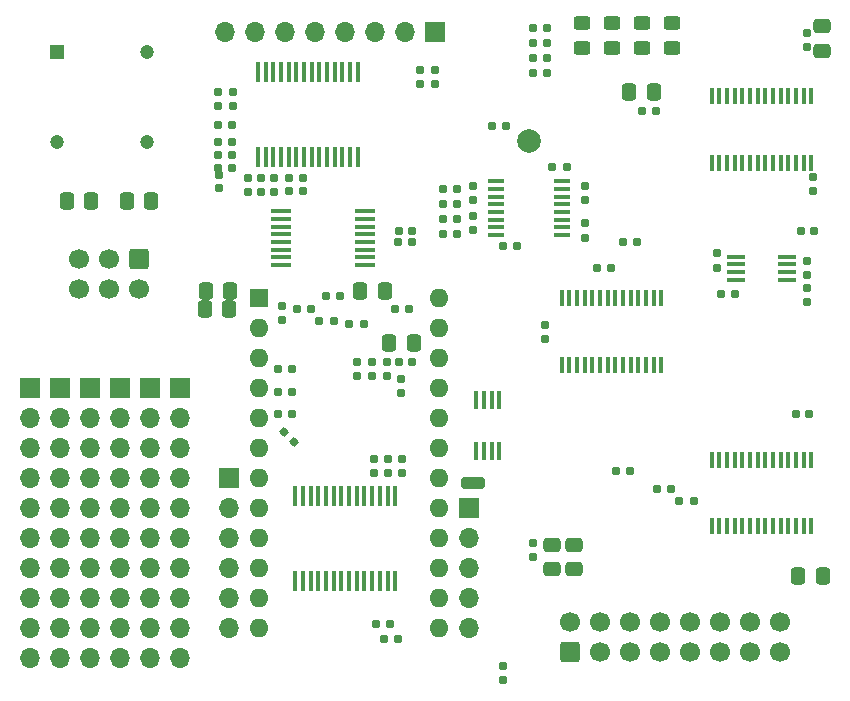
<source format=gbr>
%TF.GenerationSoftware,KiCad,Pcbnew,(6.0.4)*%
%TF.CreationDate,2022-12-09T13:12:30+01:00*%
%TF.ProjectId,SmartArtificialSoftTissue_Standard_v2,536d6172-7441-4727-9469-66696369616c,rev?*%
%TF.SameCoordinates,Original*%
%TF.FileFunction,Soldermask,Top*%
%TF.FilePolarity,Negative*%
%FSLAX46Y46*%
G04 Gerber Fmt 4.6, Leading zero omitted, Abs format (unit mm)*
G04 Created by KiCad (PCBNEW (6.0.4)) date 2022-12-09 13:12:30*
%MOMM*%
%LPD*%
G01*
G04 APERTURE LIST*
G04 Aperture macros list*
%AMRoundRect*
0 Rectangle with rounded corners*
0 $1 Rounding radius*
0 $2 $3 $4 $5 $6 $7 $8 $9 X,Y pos of 4 corners*
0 Add a 4 corners polygon primitive as box body*
4,1,4,$2,$3,$4,$5,$6,$7,$8,$9,$2,$3,0*
0 Add four circle primitives for the rounded corners*
1,1,$1+$1,$2,$3*
1,1,$1+$1,$4,$5*
1,1,$1+$1,$6,$7*
1,1,$1+$1,$8,$9*
0 Add four rect primitives between the rounded corners*
20,1,$1+$1,$2,$3,$4,$5,0*
20,1,$1+$1,$4,$5,$6,$7,0*
20,1,$1+$1,$6,$7,$8,$9,0*
20,1,$1+$1,$8,$9,$2,$3,0*%
G04 Aperture macros list end*
%ADD10RoundRect,0.250000X-0.337500X-0.475000X0.337500X-0.475000X0.337500X0.475000X-0.337500X0.475000X0*%
%ADD11RoundRect,0.160000X-0.252791X0.026517X0.026517X-0.252791X0.252791X-0.026517X-0.026517X0.252791X0*%
%ADD12RoundRect,0.160000X-0.197500X-0.160000X0.197500X-0.160000X0.197500X0.160000X-0.197500X0.160000X0*%
%ADD13R,1.700000X1.700000*%
%ADD14O,1.700000X1.700000*%
%ADD15RoundRect,0.250000X0.475000X-0.337500X0.475000X0.337500X-0.475000X0.337500X-0.475000X-0.337500X0*%
%ADD16RoundRect,0.250000X0.337500X0.475000X-0.337500X0.475000X-0.337500X-0.475000X0.337500X-0.475000X0*%
%ADD17RoundRect,0.160000X0.160000X-0.197500X0.160000X0.197500X-0.160000X0.197500X-0.160000X-0.197500X0*%
%ADD18RoundRect,0.160000X-0.160000X0.197500X-0.160000X-0.197500X0.160000X-0.197500X0.160000X0.197500X0*%
%ADD19RoundRect,0.155000X-0.155000X0.212500X-0.155000X-0.212500X0.155000X-0.212500X0.155000X0.212500X0*%
%ADD20RoundRect,0.155000X-0.212500X-0.155000X0.212500X-0.155000X0.212500X0.155000X-0.212500X0.155000X0*%
%ADD21RoundRect,0.160000X0.197500X0.160000X-0.197500X0.160000X-0.197500X-0.160000X0.197500X-0.160000X0*%
%ADD22RoundRect,0.250000X-0.600000X0.600000X-0.600000X-0.600000X0.600000X-0.600000X0.600000X0.600000X0*%
%ADD23C,1.700000*%
%ADD24RoundRect,0.250000X0.750000X-0.250000X0.750000X0.250000X-0.750000X0.250000X-0.750000X-0.250000X0*%
%ADD25RoundRect,0.250000X0.600000X-0.600000X0.600000X0.600000X-0.600000X0.600000X-0.600000X-0.600000X0*%
%ADD26RoundRect,0.250000X-0.450000X0.325000X-0.450000X-0.325000X0.450000X-0.325000X0.450000X0.325000X0*%
%ADD27R,1.800000X0.450000*%
%ADD28RoundRect,0.155000X0.155000X-0.212500X0.155000X0.212500X-0.155000X0.212500X-0.155000X-0.212500X0*%
%ADD29R,1.600000X1.600000*%
%ADD30O,1.600000X1.600000*%
%ADD31R,0.355600X1.473200*%
%ADD32C,2.000000*%
%ADD33R,1.200000X1.200000*%
%ADD34C,1.200000*%
%ADD35R,1.473200X0.355600*%
%ADD36R,0.431800X1.524000*%
%ADD37RoundRect,0.250000X-0.475000X0.337500X-0.475000X-0.337500X0.475000X-0.337500X0.475000X0.337500X0*%
%ADD38RoundRect,0.155000X0.212500X0.155000X-0.212500X0.155000X-0.212500X-0.155000X0.212500X-0.155000X0*%
%ADD39R,0.450000X1.750000*%
%ADD40R,1.524000X0.431800*%
G04 APERTURE END LIST*
D10*
%TO.C,C8*%
X60875000Y-72390000D03*
X62950000Y-72390000D03*
%TD*%
D11*
%TO.C,R42*%
X74190004Y-91970004D03*
X75034996Y-92814996D03*
%TD*%
D12*
%TO.C,R23*%
X68602500Y-66000000D03*
X69797500Y-66000000D03*
%TD*%
D13*
%TO.C,REF\u002A\u002A*%
X62865000Y-88265000D03*
D14*
X62865000Y-90805000D03*
X62865000Y-93345000D03*
X62865000Y-95885000D03*
X62865000Y-98425000D03*
X62865000Y-100965000D03*
X62865000Y-103505000D03*
X62865000Y-106045000D03*
X62865000Y-108585000D03*
X62865000Y-111125000D03*
%TD*%
D12*
%TO.C,R52*%
X95287500Y-61595000D03*
X96482500Y-61595000D03*
%TD*%
D15*
%TO.C,C21*%
X119697500Y-59690000D03*
X119697500Y-57615000D03*
%TD*%
D16*
%TO.C,C18*%
X69617500Y-80010000D03*
X67542500Y-80010000D03*
%TD*%
D17*
%TO.C,R33*%
X85725000Y-62510000D03*
X85725000Y-61315000D03*
%TD*%
D13*
%TO.C,REF\u002A\u002A*%
X65405000Y-88265000D03*
D14*
X65405000Y-90805000D03*
X65405000Y-93345000D03*
X65405000Y-95885000D03*
X65405000Y-98425000D03*
X65405000Y-100965000D03*
X65405000Y-103505000D03*
X65405000Y-106045000D03*
X65405000Y-108585000D03*
X65405000Y-111125000D03*
%TD*%
D18*
%TO.C,J14*%
X118999000Y-70395500D03*
X118999000Y-71590500D03*
%TD*%
D19*
%TO.C,C9*%
X68647500Y-70235000D03*
X68647500Y-71370000D03*
%TD*%
D20*
%TO.C,C14*%
X117927500Y-74930000D03*
X119062500Y-74930000D03*
%TD*%
D18*
%TO.C,R61*%
X118427500Y-58177500D03*
X118427500Y-59372500D03*
%TD*%
D17*
%TO.C,R15*%
X73300000Y-71697500D03*
X73300000Y-70502500D03*
%TD*%
D12*
%TO.C,R51*%
X95287500Y-60325000D03*
X96482500Y-60325000D03*
%TD*%
D21*
%TO.C,R58*%
X78897500Y-80502500D03*
X77702500Y-80502500D03*
%TD*%
D18*
%TO.C,R6*%
X84100000Y-87502500D03*
X84100000Y-88697500D03*
%TD*%
D10*
%TO.C,C17*%
X80645000Y-80010000D03*
X82720000Y-80010000D03*
%TD*%
D22*
%TO.C,CON2*%
X61917500Y-77352500D03*
D23*
X61917500Y-79892500D03*
X59377500Y-77352500D03*
X59377500Y-79892500D03*
X56837500Y-77352500D03*
X56837500Y-79892500D03*
%TD*%
D21*
%TO.C,R36*%
X78385000Y-82550000D03*
X77190000Y-82550000D03*
%TD*%
D24*
%TO.C,J13*%
X90170000Y-96270000D03*
%TD*%
D13*
%TO.C,REF\u002A\u002A*%
X60325000Y-88265000D03*
D14*
X60325000Y-90805000D03*
X60325000Y-93345000D03*
X60325000Y-95885000D03*
X60325000Y-98425000D03*
X60325000Y-100965000D03*
X60325000Y-103505000D03*
X60325000Y-106045000D03*
X60325000Y-108585000D03*
X60325000Y-111125000D03*
%TD*%
D16*
%TO.C,C22*%
X105495000Y-63182500D03*
X103420000Y-63182500D03*
%TD*%
D12*
%TO.C,R39*%
X73697500Y-86677500D03*
X74892500Y-86677500D03*
%TD*%
D17*
%TO.C,J3*%
X90170000Y-72352500D03*
X90170000Y-71157500D03*
%TD*%
D18*
%TO.C,R5*%
X81597500Y-86080000D03*
X81597500Y-87275000D03*
%TD*%
D16*
%TO.C,C24*%
X57870000Y-72390000D03*
X55795000Y-72390000D03*
%TD*%
D18*
%TO.C,R38*%
X73977500Y-81317500D03*
X73977500Y-82512500D03*
%TD*%
D17*
%TO.C,R56*%
X68580000Y-64415000D03*
X68580000Y-63220000D03*
%TD*%
D13*
%TO.C,REF\u002A\u002A*%
X52705000Y-88265000D03*
D14*
X52705000Y-90805000D03*
X52705000Y-93345000D03*
X52705000Y-95885000D03*
X52705000Y-98425000D03*
X52705000Y-100965000D03*
X52705000Y-103505000D03*
X52705000Y-106045000D03*
X52705000Y-108585000D03*
X52705000Y-111125000D03*
%TD*%
D12*
%TO.C,R43*%
X105765000Y-96837500D03*
X106960000Y-96837500D03*
%TD*%
D18*
%TO.C,R48*%
X96300000Y-82905000D03*
X96300000Y-84100000D03*
%TD*%
D17*
%TO.C,R64*%
X110807500Y-78067500D03*
X110807500Y-76872500D03*
%TD*%
D12*
%TO.C,R40*%
X73697500Y-88582500D03*
X74892500Y-88582500D03*
%TD*%
D21*
%TO.C,R65*%
X112357500Y-80327500D03*
X111162500Y-80327500D03*
%TD*%
D12*
%TO.C,R19*%
X68607500Y-67400000D03*
X69802500Y-67400000D03*
%TD*%
D25*
%TO.C,CON1*%
X98425000Y-110607500D03*
D23*
X98425000Y-108067500D03*
X100965000Y-110607500D03*
X100965000Y-108067500D03*
X103505000Y-110607500D03*
X103505000Y-108067500D03*
X106045000Y-110607500D03*
X106045000Y-108067500D03*
X108585000Y-110607500D03*
X108585000Y-108067500D03*
X111125000Y-110607500D03*
X111125000Y-108067500D03*
X113665000Y-110607500D03*
X113665000Y-108067500D03*
X116205000Y-110607500D03*
X116205000Y-108067500D03*
%TD*%
D16*
%TO.C,C19*%
X69537500Y-81600000D03*
X67462500Y-81600000D03*
%TD*%
D13*
%TO.C,REF\u002A\u002A*%
X57785000Y-88265000D03*
D14*
X57785000Y-90805000D03*
X57785000Y-93345000D03*
X57785000Y-95885000D03*
X57785000Y-98425000D03*
X57785000Y-100965000D03*
X57785000Y-103505000D03*
X57785000Y-106045000D03*
X57785000Y-108585000D03*
X57785000Y-111125000D03*
%TD*%
D10*
%TO.C,C2*%
X83100000Y-84455000D03*
X85175000Y-84455000D03*
%TD*%
D26*
%TO.C,D4*%
X106997500Y-57395000D03*
X106997500Y-59445000D03*
%TD*%
D12*
%TO.C,R44*%
X107670000Y-97790000D03*
X108865000Y-97790000D03*
%TD*%
D27*
%TO.C,IC1*%
X81020000Y-77840000D03*
X81020000Y-77190000D03*
X81020000Y-76540000D03*
X81020000Y-75890000D03*
X81020000Y-75240000D03*
X81020000Y-74590000D03*
X81020000Y-73940000D03*
X81020000Y-73290000D03*
X73920000Y-73290000D03*
X73920000Y-73940000D03*
X73920000Y-74590000D03*
X73920000Y-75240000D03*
X73920000Y-75890000D03*
X73920000Y-76540000D03*
X73920000Y-77190000D03*
X73920000Y-77840000D03*
%TD*%
D15*
%TO.C,C7*%
X96837500Y-103590000D03*
X96837500Y-101515000D03*
%TD*%
D28*
%TO.C,C13*%
X95250000Y-102552500D03*
X95250000Y-101417500D03*
%TD*%
D13*
%TO.C,REF\u002A\u002A*%
X55245000Y-88265000D03*
D14*
X55245000Y-90805000D03*
X55245000Y-93345000D03*
X55245000Y-95885000D03*
X55245000Y-98425000D03*
X55245000Y-100965000D03*
X55245000Y-103505000D03*
X55245000Y-106045000D03*
X55245000Y-108585000D03*
X55245000Y-111125000D03*
%TD*%
D12*
%TO.C,R50*%
X95287500Y-59055000D03*
X96482500Y-59055000D03*
%TD*%
%TO.C,J5*%
X92747500Y-76200000D03*
X93942500Y-76200000D03*
%TD*%
D17*
%TO.C,J2*%
X99695000Y-72352500D03*
X99695000Y-71157500D03*
%TD*%
D18*
%TO.C,R7*%
X82867500Y-86080000D03*
X82867500Y-87275000D03*
%TD*%
D21*
%TO.C,R37*%
X76480000Y-81597500D03*
X75285000Y-81597500D03*
%TD*%
D29*
%TO.C,UC1*%
X72072500Y-80645000D03*
D30*
X72072500Y-83185000D03*
X72072500Y-85725000D03*
X72072500Y-88265000D03*
X72072500Y-90805000D03*
X72072500Y-93345000D03*
X72072500Y-95885000D03*
X72072500Y-98425000D03*
X72072500Y-100965000D03*
X72072500Y-103505000D03*
X72072500Y-106045000D03*
X72072500Y-108585000D03*
X87312500Y-108585000D03*
X87312500Y-106045000D03*
X87312500Y-103505000D03*
X87312500Y-100965000D03*
X87312500Y-98425000D03*
X87312500Y-95885000D03*
X87312500Y-93345000D03*
X87312500Y-90805000D03*
X87312500Y-88265000D03*
X87312500Y-85725000D03*
X87312500Y-83185000D03*
X87312500Y-80645000D03*
%TD*%
D21*
%TO.C,J9*%
X98107500Y-69532500D03*
X96912500Y-69532500D03*
%TD*%
%TO.C,R32*%
X75797500Y-71600000D03*
X74602500Y-71600000D03*
%TD*%
D31*
%TO.C,MUX1*%
X118842500Y-63538100D03*
X118192499Y-63538100D03*
X117542500Y-63538100D03*
X116892499Y-63538100D03*
X116242501Y-63538100D03*
X115592499Y-63538100D03*
X114942501Y-63538100D03*
X114292502Y-63538100D03*
X113642501Y-63538100D03*
X112992502Y-63538100D03*
X112342501Y-63538100D03*
X111692502Y-63538100D03*
X111042501Y-63538100D03*
X110392502Y-63538100D03*
X110392500Y-69176900D03*
X111042501Y-69176900D03*
X111692500Y-69176900D03*
X112342501Y-69176900D03*
X112992499Y-69176900D03*
X113642501Y-69176900D03*
X114292499Y-69176900D03*
X114942501Y-69176900D03*
X115592499Y-69176900D03*
X116242501Y-69176900D03*
X116892499Y-69176900D03*
X117542500Y-69176900D03*
X118192499Y-69176900D03*
X118842500Y-69176900D03*
%TD*%
D17*
%TO.C,R49*%
X92710000Y-112992500D03*
X92710000Y-111797500D03*
%TD*%
%TO.C,R34*%
X86995000Y-62510000D03*
X86995000Y-61315000D03*
%TD*%
D21*
%TO.C,R59*%
X84797500Y-81600000D03*
X83602500Y-81600000D03*
%TD*%
D32*
%TO.C,Needle1*%
X94932500Y-67310000D03*
%TD*%
D26*
%TO.C,D2*%
X101917500Y-57395000D03*
X101917500Y-59445000D03*
%TD*%
D12*
%TO.C,R17*%
X95287500Y-57785000D03*
X96482500Y-57785000D03*
%TD*%
D31*
%TO.C,MUX2*%
X106142500Y-80683100D03*
X105492499Y-80683100D03*
X104842500Y-80683100D03*
X104192499Y-80683100D03*
X103542501Y-80683100D03*
X102892499Y-80683100D03*
X102242501Y-80683100D03*
X101592502Y-80683100D03*
X100942501Y-80683100D03*
X100292502Y-80683100D03*
X99642501Y-80683100D03*
X98992502Y-80683100D03*
X98342501Y-80683100D03*
X97692502Y-80683100D03*
X97692500Y-86321900D03*
X98342501Y-86321900D03*
X98992500Y-86321900D03*
X99642501Y-86321900D03*
X100292499Y-86321900D03*
X100942501Y-86321900D03*
X101592499Y-86321900D03*
X102242501Y-86321900D03*
X102892499Y-86321900D03*
X103542501Y-86321900D03*
X104192499Y-86321900D03*
X104842500Y-86321900D03*
X105492499Y-86321900D03*
X106142500Y-86321900D03*
%TD*%
D33*
%TO.C,Y1*%
X54990000Y-59790000D03*
D34*
X54990000Y-67410000D03*
X62610000Y-67410000D03*
X62610000Y-59790000D03*
%TD*%
D12*
%TO.C,R24*%
X68602500Y-68500000D03*
X69797500Y-68500000D03*
%TD*%
D10*
%TO.C,C1*%
X117707500Y-104140000D03*
X119782500Y-104140000D03*
%TD*%
D12*
%TO.C,R60*%
X100685000Y-78105000D03*
X101880000Y-78105000D03*
%TD*%
D18*
%TO.C,R2*%
X83000000Y-94302500D03*
X83000000Y-95497500D03*
%TD*%
D21*
%TO.C,R45*%
X103467500Y-95250000D03*
X102272500Y-95250000D03*
%TD*%
D26*
%TO.C,D3*%
X104457500Y-57395000D03*
X104457500Y-59445000D03*
%TD*%
D21*
%TO.C,R46*%
X83820000Y-109537500D03*
X82625000Y-109537500D03*
%TD*%
D12*
%TO.C,R67*%
X87667500Y-73977500D03*
X88862500Y-73977500D03*
%TD*%
D21*
%TO.C,R35*%
X80925000Y-82867500D03*
X79730000Y-82867500D03*
%TD*%
D12*
%TO.C,J8*%
X102907500Y-75882500D03*
X104102500Y-75882500D03*
%TD*%
%TO.C,R55*%
X87667500Y-72707500D03*
X88862500Y-72707500D03*
%TD*%
%TO.C,R62*%
X104495000Y-64770000D03*
X105690000Y-64770000D03*
%TD*%
D21*
%TO.C,R31*%
X75797500Y-70500000D03*
X74602500Y-70500000D03*
%TD*%
D13*
%TO.C,CON3*%
X86980000Y-58102500D03*
D14*
X84440000Y-58102500D03*
X81900000Y-58102500D03*
X79360000Y-58102500D03*
X76820000Y-58102500D03*
X74280000Y-58102500D03*
X71740000Y-58102500D03*
X69200000Y-58102500D03*
%TD*%
D18*
%TO.C,R4*%
X80327500Y-86080000D03*
X80327500Y-87275000D03*
%TD*%
D17*
%TO.C,R_shunt1*%
X118427500Y-80962500D03*
X118427500Y-79767500D03*
%TD*%
%TO.C,R53*%
X69850000Y-64415000D03*
X69850000Y-63220000D03*
%TD*%
D18*
%TO.C,R1*%
X81800000Y-94302500D03*
X81800000Y-95497500D03*
%TD*%
D12*
%TO.C,J10*%
X91795000Y-66040000D03*
X92990000Y-66040000D03*
%TD*%
D18*
%TO.C,R3*%
X84200000Y-94302500D03*
X84200000Y-95497500D03*
%TD*%
D21*
%TO.C,R47*%
X83147500Y-108267500D03*
X81952500Y-108267500D03*
%TD*%
D35*
%TO.C,AS1*%
X97751900Y-75299999D03*
X97751900Y-74650001D03*
X97751900Y-73999999D03*
X97751900Y-73350001D03*
X97751900Y-72700002D03*
X97751900Y-72050001D03*
X97751900Y-71400002D03*
X97751900Y-70750001D03*
X92113100Y-70750001D03*
X92113100Y-71399999D03*
X92113100Y-72050001D03*
X92113100Y-72699999D03*
X92113100Y-73349998D03*
X92113100Y-73999999D03*
X92113100Y-74649998D03*
X92113100Y-75299999D03*
%TD*%
D18*
%TO.C,J1*%
X99695000Y-74332500D03*
X99695000Y-75527500D03*
%TD*%
D36*
%TO.C,OPA2*%
X90465001Y-93611700D03*
X91114999Y-93611700D03*
X91765001Y-93611700D03*
X92414999Y-93611700D03*
X92414999Y-89268300D03*
X91765001Y-89268300D03*
X91114999Y-89268300D03*
X90465001Y-89268300D03*
%TD*%
D18*
%TO.C,J4*%
X90170000Y-73697500D03*
X90170000Y-74892500D03*
%TD*%
D37*
%TO.C,C20*%
X98742500Y-101515000D03*
X98742500Y-103590000D03*
%TD*%
D26*
%TO.C,D1*%
X99377500Y-57395000D03*
X99377500Y-59445000D03*
%TD*%
D20*
%TO.C,C11*%
X117542500Y-90487500D03*
X118677500Y-90487500D03*
%TD*%
D17*
%TO.C,R18*%
X71100000Y-71697500D03*
X71100000Y-70502500D03*
%TD*%
%TO.C,R63*%
X118427500Y-78702500D03*
X118427500Y-77507500D03*
%TD*%
D13*
%TO.C,J11*%
X69532500Y-95885000D03*
D14*
X69532500Y-98425000D03*
X69532500Y-100965000D03*
X69532500Y-103505000D03*
X69532500Y-106045000D03*
X69532500Y-108585000D03*
%TD*%
D12*
%TO.C,R25*%
X68605000Y-69600000D03*
X69800000Y-69600000D03*
%TD*%
D38*
%TO.C,C23*%
X85022500Y-74930000D03*
X83887500Y-74930000D03*
%TD*%
D12*
%TO.C,R54*%
X83857500Y-75882500D03*
X85052500Y-75882500D03*
%TD*%
D39*
%TO.C,IOEX1*%
X80425000Y-61487500D03*
X79775000Y-61487500D03*
X79125000Y-61487500D03*
X78475000Y-61487500D03*
X77825000Y-61487500D03*
X77175000Y-61487500D03*
X76525000Y-61487500D03*
X75875000Y-61487500D03*
X75225000Y-61487500D03*
X74575000Y-61487500D03*
X73925000Y-61487500D03*
X73275000Y-61487500D03*
X72625000Y-61487500D03*
X71975000Y-61487500D03*
X71975000Y-68687500D03*
X72625000Y-68687500D03*
X73275000Y-68687500D03*
X73925000Y-68687500D03*
X74575000Y-68687500D03*
X75225000Y-68687500D03*
X75875000Y-68687500D03*
X76525000Y-68687500D03*
X77175000Y-68687500D03*
X77825000Y-68687500D03*
X78475000Y-68687500D03*
X79125000Y-68687500D03*
X79775000Y-68687500D03*
X80425000Y-68687500D03*
%TD*%
%TO.C,IOEX2*%
X75150000Y-104565000D03*
X75800000Y-104565000D03*
X76450000Y-104565000D03*
X77100000Y-104565000D03*
X77750000Y-104565000D03*
X78400000Y-104565000D03*
X79050000Y-104565000D03*
X79700000Y-104565000D03*
X80350000Y-104565000D03*
X81000000Y-104565000D03*
X81650000Y-104565000D03*
X82300000Y-104565000D03*
X82950000Y-104565000D03*
X83600000Y-104565000D03*
X83600000Y-97365000D03*
X82950000Y-97365000D03*
X82300000Y-97365000D03*
X81650000Y-97365000D03*
X81000000Y-97365000D03*
X80350000Y-97365000D03*
X79700000Y-97365000D03*
X79050000Y-97365000D03*
X78400000Y-97365000D03*
X77750000Y-97365000D03*
X77100000Y-97365000D03*
X76450000Y-97365000D03*
X75800000Y-97365000D03*
X75150000Y-97365000D03*
%TD*%
D20*
%TO.C,C10*%
X83887500Y-86042500D03*
X85022500Y-86042500D03*
%TD*%
D12*
%TO.C,J6*%
X87667500Y-75247500D03*
X88862500Y-75247500D03*
%TD*%
%TO.C,J7*%
X87667500Y-71437500D03*
X88862500Y-71437500D03*
%TD*%
D31*
%TO.C,MUX3*%
X118842500Y-94335600D03*
X118192499Y-94335600D03*
X117542500Y-94335600D03*
X116892499Y-94335600D03*
X116242501Y-94335600D03*
X115592499Y-94335600D03*
X114942501Y-94335600D03*
X114292502Y-94335600D03*
X113642501Y-94335600D03*
X112992502Y-94335600D03*
X112342501Y-94335600D03*
X111692502Y-94335600D03*
X111042501Y-94335600D03*
X110392502Y-94335600D03*
X110392500Y-99974400D03*
X111042501Y-99974400D03*
X111692500Y-99974400D03*
X112342501Y-99974400D03*
X112992499Y-99974400D03*
X113642501Y-99974400D03*
X114292499Y-99974400D03*
X114942501Y-99974400D03*
X115592499Y-99974400D03*
X116242501Y-99974400D03*
X116892499Y-99974400D03*
X117542500Y-99974400D03*
X118192499Y-99974400D03*
X118842500Y-99974400D03*
%TD*%
D17*
%TO.C,R16*%
X72200000Y-71697500D03*
X72200000Y-70502500D03*
%TD*%
D13*
%TO.C,J12*%
X89852500Y-98425000D03*
D14*
X89852500Y-100965000D03*
X89852500Y-103505000D03*
X89852500Y-106045000D03*
X89852500Y-108585000D03*
%TD*%
D12*
%TO.C,R41*%
X73697500Y-90487500D03*
X74892500Y-90487500D03*
%TD*%
D40*
%TO.C,OPA1*%
X112445800Y-77130001D03*
X112445800Y-77779999D03*
X112445800Y-78430001D03*
X112445800Y-79079999D03*
X116789200Y-79079999D03*
X116789200Y-78430001D03*
X116789200Y-77779999D03*
X116789200Y-77130001D03*
%TD*%
M02*

</source>
